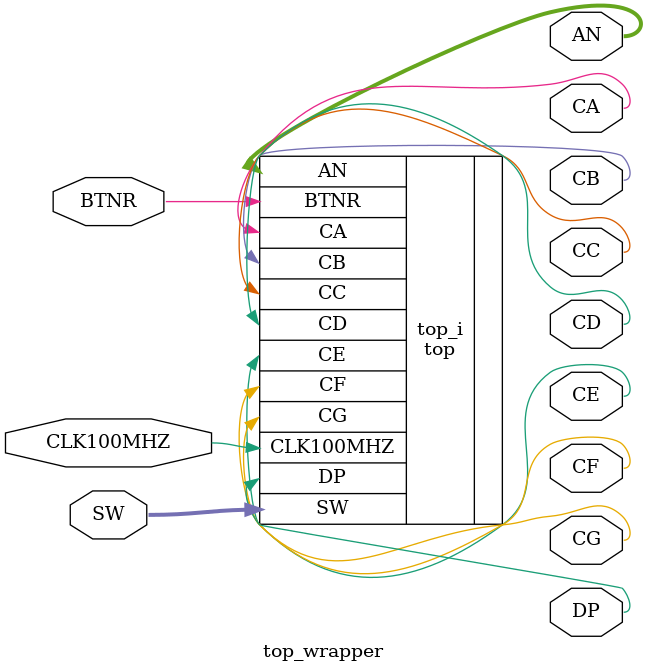
<source format=v>
`timescale 1 ps / 1 ps

module top_wrapper
   (AN,
    BTNR,
    CA,
    CB,
    CC,
    CD,
    CE,
    CF,
    CG,
    CLK100MHZ,
    DP,
    SW);
  output [7:0]AN;
  input BTNR;
  output CA;
  output CB;
  output CC;
  output CD;
  output CE;
  output CF;
  output CG;
  input CLK100MHZ;
  output DP;
  input [15:0]SW;

  wire [7:0]AN;
  wire BTNR;
  wire CA;
  wire CB;
  wire CC;
  wire CD;
  wire CE;
  wire CF;
  wire CG;
  wire CLK100MHZ;
  wire DP;
  wire [15:0]SW;

  top top_i
       (.AN(AN),
        .BTNR(BTNR),
        .CA(CA),
        .CB(CB),
        .CC(CC),
        .CD(CD),
        .CE(CE),
        .CF(CF),
        .CG(CG),
        .CLK100MHZ(CLK100MHZ),
        .DP(DP),
        .SW(SW));
endmodule

</source>
